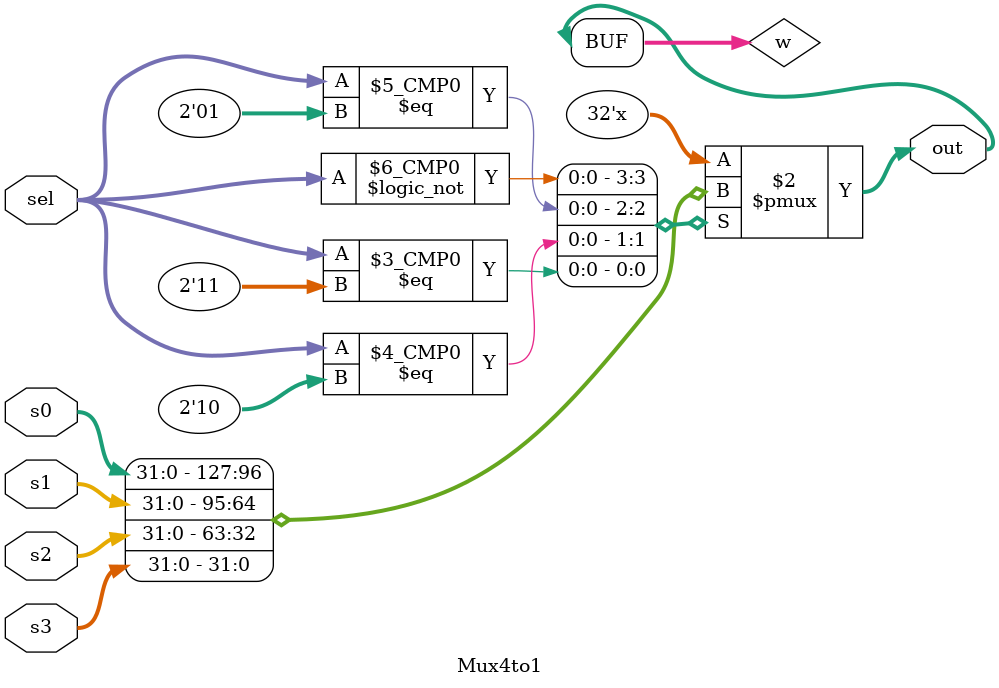
<source format=sv>
module Mux2to1 #(
    parameter size = 32
) 
(
    input sel,
    input signed [size-1:0] s0,
    input signed [size-1:0] s1,
    output signed [size-1:0] out
);
    // TODO: implement your 2to1 multiplexer here
    assign out = (sel == 1'b0) ? s0 : s1;
    
endmodule


module Mux4to1 #(
    parameter size = 32
) 
(
    /* verilator lint_off CASEINCOMPLETE */
    input [1:0] sel,
    input signed [size-1:0] s0,
    input signed [size-1:0] s1,
    input signed [size-1:0] s2,
    input signed [size-1:0] s3,
    output reg signed [size-1:0] out
);
    // TODO: implement your 2to1 multiplexer here
    reg [size-1:0] w;
    always @(*) begin
        case (sel)
            2'b00: w = s0;
            2'b01: w = s1;
            2'b10: w = s2;
            2'b11: w = s3;
        endcase
    end
    assign out = w;
    
endmodule


</source>
